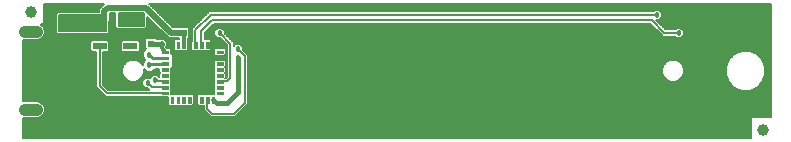
<source format=gbl>
G75*
%MOIN*%
%OFA0B0*%
%FSLAX24Y24*%
%IPPOS*%
%LPD*%
%AMOC8*
5,1,8,0,0,1.08239X$1,22.5*
%
%ADD10R,0.0394X0.0433*%
%ADD11C,0.0397*%
%ADD12C,0.0397*%
%ADD13C,0.0394*%
%ADD14R,0.0236X0.0236*%
%ADD15C,0.0252*%
%ADD16C,0.0035*%
%ADD17R,0.0472X0.0217*%
%ADD18C,0.0060*%
%ADD19C,0.0220*%
%ADD20C,0.0180*%
%ADD21C,0.0120*%
%ADD22C,0.0180*%
%ADD23C,0.0200*%
%ADD24C,0.0080*%
%ADD25C,0.0090*%
D10*
X002013Y016836D03*
X002013Y017505D03*
D11*
X001108Y017289D02*
X000712Y017289D01*
X000712Y014691D02*
X001108Y014691D01*
D12*
X001107Y014691D03*
X000713Y014691D03*
X000713Y017289D03*
X001107Y017289D03*
D13*
X000922Y017959D03*
X025331Y014022D03*
D14*
X006003Y017254D03*
X006003Y017726D03*
X004923Y017366D03*
X004923Y016894D03*
X002523Y016954D03*
X002523Y017426D03*
D15*
X006807Y016434D02*
X006807Y015426D01*
X005799Y015426D01*
X005799Y016434D01*
X006807Y016434D01*
X006807Y015677D02*
X005799Y015677D01*
X005799Y015928D02*
X006807Y015928D01*
X006807Y016179D02*
X005799Y016179D01*
X005799Y016430D02*
X006807Y016430D01*
D16*
X007108Y016464D02*
X007310Y016464D01*
X007310Y016380D01*
X007108Y016380D01*
X007108Y016464D01*
X007108Y016414D02*
X007310Y016414D01*
X007310Y016448D02*
X007108Y016448D01*
X007108Y016661D02*
X007310Y016661D01*
X007310Y016577D01*
X007108Y016577D01*
X007108Y016661D01*
X007108Y016611D02*
X007310Y016611D01*
X007310Y016645D02*
X007108Y016645D01*
X006950Y016735D02*
X006950Y016937D01*
X007034Y016937D01*
X007034Y016735D01*
X006950Y016735D01*
X006950Y016769D02*
X007034Y016769D01*
X007034Y016803D02*
X006950Y016803D01*
X006950Y016837D02*
X007034Y016837D01*
X007034Y016871D02*
X006950Y016871D01*
X006950Y016905D02*
X007034Y016905D01*
X006754Y016937D02*
X006754Y016735D01*
X006754Y016937D02*
X006838Y016937D01*
X006838Y016735D01*
X006754Y016735D01*
X006754Y016769D02*
X006838Y016769D01*
X006838Y016803D02*
X006754Y016803D01*
X006754Y016837D02*
X006838Y016837D01*
X006838Y016871D02*
X006754Y016871D01*
X006754Y016905D02*
X006838Y016905D01*
X006557Y016937D02*
X006557Y016735D01*
X006557Y016937D02*
X006641Y016937D01*
X006641Y016735D01*
X006557Y016735D01*
X006557Y016769D02*
X006641Y016769D01*
X006641Y016803D02*
X006557Y016803D01*
X006557Y016837D02*
X006641Y016837D01*
X006641Y016871D02*
X006557Y016871D01*
X006557Y016905D02*
X006641Y016905D01*
X006360Y016937D02*
X006360Y016735D01*
X006360Y016937D02*
X006444Y016937D01*
X006444Y016735D01*
X006360Y016735D01*
X006360Y016769D02*
X006444Y016769D01*
X006444Y016803D02*
X006360Y016803D01*
X006360Y016837D02*
X006444Y016837D01*
X006444Y016871D02*
X006360Y016871D01*
X006360Y016905D02*
X006444Y016905D01*
X006163Y016937D02*
X006163Y016735D01*
X006163Y016937D02*
X006247Y016937D01*
X006247Y016735D01*
X006163Y016735D01*
X006163Y016769D02*
X006247Y016769D01*
X006247Y016803D02*
X006163Y016803D01*
X006163Y016837D02*
X006247Y016837D01*
X006247Y016871D02*
X006163Y016871D01*
X006163Y016905D02*
X006247Y016905D01*
X005966Y016937D02*
X005966Y016735D01*
X005966Y016937D02*
X006050Y016937D01*
X006050Y016735D01*
X005966Y016735D01*
X005966Y016769D02*
X006050Y016769D01*
X006050Y016803D02*
X005966Y016803D01*
X005966Y016837D02*
X006050Y016837D01*
X006050Y016871D02*
X005966Y016871D01*
X005966Y016905D02*
X006050Y016905D01*
X005769Y016937D02*
X005769Y016735D01*
X005769Y016937D02*
X005853Y016937D01*
X005853Y016735D01*
X005769Y016735D01*
X005769Y016769D02*
X005853Y016769D01*
X005853Y016803D02*
X005769Y016803D01*
X005769Y016837D02*
X005853Y016837D01*
X005853Y016871D02*
X005769Y016871D01*
X005769Y016905D02*
X005853Y016905D01*
X005572Y016937D02*
X005572Y016735D01*
X005572Y016937D02*
X005656Y016937D01*
X005656Y016735D01*
X005572Y016735D01*
X005572Y016769D02*
X005656Y016769D01*
X005656Y016803D02*
X005572Y016803D01*
X005572Y016837D02*
X005656Y016837D01*
X005656Y016871D02*
X005572Y016871D01*
X005572Y016905D02*
X005656Y016905D01*
X005499Y016577D02*
X005297Y016577D01*
X005297Y016661D01*
X005499Y016661D01*
X005499Y016577D01*
X005499Y016611D02*
X005297Y016611D01*
X005297Y016645D02*
X005499Y016645D01*
X005499Y016380D02*
X005297Y016380D01*
X005297Y016464D01*
X005499Y016464D01*
X005499Y016380D01*
X005499Y016414D02*
X005297Y016414D01*
X005297Y016448D02*
X005499Y016448D01*
X005499Y016183D02*
X005297Y016183D01*
X005297Y016267D01*
X005499Y016267D01*
X005499Y016183D01*
X005499Y016217D02*
X005297Y016217D01*
X005297Y016251D02*
X005499Y016251D01*
X005499Y015987D02*
X005297Y015987D01*
X005297Y016071D01*
X005499Y016071D01*
X005499Y015987D01*
X005499Y016021D02*
X005297Y016021D01*
X005297Y016055D02*
X005499Y016055D01*
X005499Y015790D02*
X005297Y015790D01*
X005297Y015874D01*
X005499Y015874D01*
X005499Y015790D01*
X005499Y015824D02*
X005297Y015824D01*
X005297Y015858D02*
X005499Y015858D01*
X005499Y015593D02*
X005297Y015593D01*
X005297Y015677D01*
X005499Y015677D01*
X005499Y015593D01*
X005499Y015627D02*
X005297Y015627D01*
X005297Y015661D02*
X005499Y015661D01*
X005499Y015396D02*
X005297Y015396D01*
X005297Y015480D01*
X005499Y015480D01*
X005499Y015396D01*
X005499Y015430D02*
X005297Y015430D01*
X005297Y015464D02*
X005499Y015464D01*
X005499Y015199D02*
X005297Y015199D01*
X005297Y015283D01*
X005499Y015283D01*
X005499Y015199D01*
X005499Y015233D02*
X005297Y015233D01*
X005297Y015267D02*
X005499Y015267D01*
X005656Y015126D02*
X005656Y014924D01*
X005572Y014924D01*
X005572Y015126D01*
X005656Y015126D01*
X005656Y014958D02*
X005572Y014958D01*
X005572Y014992D02*
X005656Y014992D01*
X005656Y015026D02*
X005572Y015026D01*
X005572Y015060D02*
X005656Y015060D01*
X005656Y015094D02*
X005572Y015094D01*
X005853Y015126D02*
X005853Y014924D01*
X005769Y014924D01*
X005769Y015126D01*
X005853Y015126D01*
X005853Y014958D02*
X005769Y014958D01*
X005769Y014992D02*
X005853Y014992D01*
X005853Y015026D02*
X005769Y015026D01*
X005769Y015060D02*
X005853Y015060D01*
X005853Y015094D02*
X005769Y015094D01*
X006050Y015126D02*
X006050Y014924D01*
X005966Y014924D01*
X005966Y015126D01*
X006050Y015126D01*
X006050Y014958D02*
X005966Y014958D01*
X005966Y014992D02*
X006050Y014992D01*
X006050Y015026D02*
X005966Y015026D01*
X005966Y015060D02*
X006050Y015060D01*
X006050Y015094D02*
X005966Y015094D01*
X006247Y015126D02*
X006247Y014924D01*
X006163Y014924D01*
X006163Y015126D01*
X006247Y015126D01*
X006247Y014958D02*
X006163Y014958D01*
X006163Y014992D02*
X006247Y014992D01*
X006247Y015026D02*
X006163Y015026D01*
X006163Y015060D02*
X006247Y015060D01*
X006247Y015094D02*
X006163Y015094D01*
X006444Y015126D02*
X006444Y014924D01*
X006360Y014924D01*
X006360Y015126D01*
X006444Y015126D01*
X006444Y014958D02*
X006360Y014958D01*
X006360Y014992D02*
X006444Y014992D01*
X006444Y015026D02*
X006360Y015026D01*
X006360Y015060D02*
X006444Y015060D01*
X006444Y015094D02*
X006360Y015094D01*
X006641Y015126D02*
X006641Y014924D01*
X006557Y014924D01*
X006557Y015126D01*
X006641Y015126D01*
X006641Y014958D02*
X006557Y014958D01*
X006557Y014992D02*
X006641Y014992D01*
X006641Y015026D02*
X006557Y015026D01*
X006557Y015060D02*
X006641Y015060D01*
X006641Y015094D02*
X006557Y015094D01*
X006838Y015126D02*
X006838Y014924D01*
X006754Y014924D01*
X006754Y015126D01*
X006838Y015126D01*
X006838Y014958D02*
X006754Y014958D01*
X006754Y014992D02*
X006838Y014992D01*
X006838Y015026D02*
X006754Y015026D01*
X006754Y015060D02*
X006838Y015060D01*
X006838Y015094D02*
X006754Y015094D01*
X007034Y015126D02*
X007034Y014924D01*
X006950Y014924D01*
X006950Y015126D01*
X007034Y015126D01*
X007034Y014958D02*
X006950Y014958D01*
X006950Y014992D02*
X007034Y014992D01*
X007034Y015026D02*
X006950Y015026D01*
X006950Y015060D02*
X007034Y015060D01*
X007034Y015094D02*
X006950Y015094D01*
X007108Y015283D02*
X007310Y015283D01*
X007310Y015199D01*
X007108Y015199D01*
X007108Y015283D01*
X007108Y015233D02*
X007310Y015233D01*
X007310Y015267D02*
X007108Y015267D01*
X007108Y015480D02*
X007310Y015480D01*
X007310Y015396D01*
X007108Y015396D01*
X007108Y015480D01*
X007108Y015430D02*
X007310Y015430D01*
X007310Y015464D02*
X007108Y015464D01*
X007108Y015677D02*
X007310Y015677D01*
X007310Y015593D01*
X007108Y015593D01*
X007108Y015677D01*
X007108Y015627D02*
X007310Y015627D01*
X007310Y015661D02*
X007108Y015661D01*
X007108Y015874D02*
X007310Y015874D01*
X007310Y015790D01*
X007108Y015790D01*
X007108Y015874D01*
X007108Y015824D02*
X007310Y015824D01*
X007310Y015858D02*
X007108Y015858D01*
X007108Y016071D02*
X007310Y016071D01*
X007310Y015987D01*
X007108Y015987D01*
X007108Y016071D01*
X007108Y016021D02*
X007310Y016021D01*
X007310Y016055D02*
X007108Y016055D01*
X007108Y016267D02*
X007310Y016267D01*
X007310Y016183D01*
X007108Y016183D01*
X007108Y016267D01*
X007108Y016217D02*
X007310Y016217D01*
X007310Y016251D02*
X007108Y016251D01*
D17*
X004235Y016816D03*
X004235Y017190D03*
X004235Y017564D03*
X003212Y017564D03*
X003212Y016816D03*
D18*
X000658Y014413D02*
X000658Y013758D01*
X024908Y013758D01*
X024908Y014428D01*
X024925Y014445D01*
X025595Y014445D01*
X025595Y018222D01*
X004866Y018222D01*
X004923Y018165D01*
X005654Y017434D01*
X005834Y017434D01*
X005852Y017452D01*
X006155Y017452D01*
X006201Y017405D01*
X006201Y017103D01*
X006155Y017056D01*
X006143Y017056D01*
X006143Y016980D01*
X006147Y016977D01*
X006147Y016695D01*
X006090Y016638D01*
X005926Y016638D01*
X005910Y016654D01*
X005893Y016638D01*
X005729Y016638D01*
X005672Y016695D01*
X005672Y016977D01*
X005729Y017034D01*
X005863Y017034D01*
X005863Y017056D01*
X005852Y017056D01*
X005834Y017074D01*
X005505Y017074D01*
X004793Y017786D01*
X004793Y017445D01*
X004729Y017380D01*
X004509Y017380D01*
X004505Y017376D01*
X003966Y017376D01*
X003962Y017380D01*
X003798Y017380D01*
X003733Y017445D01*
X003733Y017910D01*
X003558Y017910D01*
X003543Y017896D01*
X003543Y017656D01*
X003533Y017646D01*
X003533Y017265D01*
X003469Y017200D01*
X001818Y017200D01*
X001810Y017208D01*
X001783Y017208D01*
X001737Y017255D01*
X001737Y017754D01*
X001753Y017771D01*
X001753Y017896D01*
X001818Y017960D01*
X003183Y017960D01*
X003183Y018045D01*
X003289Y018150D01*
X003361Y018222D01*
X001346Y018222D01*
X001346Y017553D01*
X001328Y017535D01*
X001243Y017535D01*
X001266Y017525D01*
X001344Y017447D01*
X001387Y017345D01*
X001387Y017234D01*
X001344Y017132D01*
X001266Y017053D01*
X001164Y017011D01*
X000658Y017011D01*
X000658Y014969D01*
X001164Y014969D01*
X001266Y014927D01*
X001344Y014849D01*
X001387Y014746D01*
X001387Y014636D01*
X001344Y014533D01*
X001266Y014455D01*
X001164Y014413D01*
X000658Y014413D01*
X000658Y014411D02*
X024908Y014411D01*
X024908Y014352D02*
X000658Y014352D01*
X000658Y014294D02*
X024908Y014294D01*
X024908Y014235D02*
X000658Y014235D01*
X000658Y014177D02*
X024908Y014177D01*
X024908Y014118D02*
X000658Y014118D01*
X000658Y014060D02*
X024908Y014060D01*
X024908Y014001D02*
X000658Y014001D01*
X000658Y013943D02*
X024908Y013943D01*
X024908Y013884D02*
X000658Y013884D01*
X000658Y013826D02*
X024908Y013826D01*
X024908Y013767D02*
X000658Y013767D01*
X001280Y014469D02*
X006889Y014469D01*
X006918Y014440D02*
X006686Y014672D01*
X006686Y014832D01*
X006680Y014827D01*
X006517Y014827D01*
X006460Y014884D01*
X006460Y015166D01*
X006517Y015223D01*
X006680Y015223D01*
X006697Y015206D01*
X006714Y015223D01*
X006877Y015223D01*
X006894Y015206D01*
X006911Y015223D01*
X007011Y015223D01*
X007011Y015323D01*
X007027Y015340D01*
X007011Y015356D01*
X007011Y015520D01*
X007027Y015536D01*
X007011Y015553D01*
X007011Y015717D01*
X007027Y015733D01*
X007011Y015750D01*
X007011Y015914D01*
X007027Y015930D01*
X007011Y015947D01*
X007011Y016110D01*
X007027Y016127D01*
X007011Y016144D01*
X007011Y016307D01*
X007068Y016364D01*
X007350Y016364D01*
X007407Y016307D01*
X007407Y016144D01*
X007390Y016127D01*
X007407Y016110D01*
X007407Y015947D01*
X007390Y015930D01*
X007407Y015914D01*
X007407Y015750D01*
X007402Y015745D01*
X007403Y015745D01*
X007453Y015796D01*
X007453Y016845D01*
X007218Y017080D01*
X007133Y017080D01*
X007033Y017180D01*
X007033Y017321D01*
X007133Y017420D01*
X007274Y017420D01*
X007373Y017321D01*
X007373Y017236D01*
X007673Y016936D01*
X007673Y016821D01*
X007733Y016880D01*
X007874Y016880D01*
X007973Y016781D01*
X007973Y016696D01*
X008153Y016516D01*
X008153Y014865D01*
X008089Y014800D01*
X007729Y014440D01*
X007638Y014440D01*
X007009Y014440D01*
X006918Y014440D01*
X006963Y014550D02*
X006796Y014718D01*
X006796Y015025D01*
X006686Y014820D02*
X001356Y014820D01*
X001381Y014762D02*
X006686Y014762D01*
X006686Y014703D02*
X001387Y014703D01*
X001387Y014645D02*
X006713Y014645D01*
X006772Y014586D02*
X001366Y014586D01*
X001339Y014528D02*
X006830Y014528D01*
X006963Y014550D02*
X007683Y014550D01*
X008043Y014910D01*
X008043Y016470D01*
X007803Y016710D01*
X007945Y016809D02*
X025595Y016809D01*
X025595Y016751D02*
X007973Y016751D01*
X007977Y016692D02*
X025595Y016692D01*
X025595Y016634D02*
X024916Y016634D01*
X024872Y016652D02*
X024609Y016652D01*
X024366Y016551D01*
X024180Y016365D01*
X024079Y016122D01*
X024079Y015859D01*
X024180Y015615D01*
X024366Y015429D01*
X024609Y015329D01*
X024872Y015329D01*
X025115Y015429D01*
X025301Y015615D01*
X025402Y015859D01*
X025402Y016122D01*
X025301Y016365D01*
X025115Y016551D01*
X024872Y016652D01*
X025057Y016575D02*
X025595Y016575D01*
X025595Y016517D02*
X025150Y016517D01*
X025208Y016458D02*
X025595Y016458D01*
X025595Y016400D02*
X025267Y016400D01*
X025311Y016341D02*
X025595Y016341D01*
X025595Y016283D02*
X025336Y016283D01*
X025360Y016224D02*
X025595Y016224D01*
X025595Y016166D02*
X025384Y016166D01*
X025402Y016107D02*
X025595Y016107D01*
X025595Y016049D02*
X025402Y016049D01*
X025402Y015990D02*
X025595Y015990D01*
X025595Y015932D02*
X025402Y015932D01*
X025402Y015873D02*
X025595Y015873D01*
X025595Y015815D02*
X025384Y015815D01*
X025360Y015756D02*
X025595Y015756D01*
X025595Y015698D02*
X025336Y015698D01*
X025311Y015639D02*
X025595Y015639D01*
X025595Y015581D02*
X025267Y015581D01*
X025208Y015522D02*
X025595Y015522D01*
X025595Y015464D02*
X025150Y015464D01*
X025057Y015405D02*
X025595Y015405D01*
X025595Y015347D02*
X024916Y015347D01*
X024566Y015347D02*
X008153Y015347D01*
X008153Y015405D02*
X024424Y015405D01*
X024332Y015464D02*
X008153Y015464D01*
X008153Y015522D02*
X024273Y015522D01*
X024215Y015581D02*
X008153Y015581D01*
X008153Y015639D02*
X022214Y015639D01*
X022251Y015624D02*
X022116Y015680D01*
X022013Y015783D01*
X021957Y015917D01*
X021957Y016063D01*
X022013Y016198D01*
X022116Y016301D01*
X022251Y016356D01*
X022396Y016356D01*
X022531Y016301D01*
X022634Y016198D01*
X022690Y016063D01*
X022690Y015917D01*
X022634Y015783D01*
X022531Y015680D01*
X022396Y015624D01*
X022251Y015624D01*
X022098Y015698D02*
X008153Y015698D01*
X008153Y015756D02*
X022039Y015756D01*
X022000Y015815D02*
X008153Y015815D01*
X008153Y015873D02*
X021975Y015873D01*
X021957Y015932D02*
X008153Y015932D01*
X008153Y015990D02*
X021957Y015990D01*
X021957Y016049D02*
X008153Y016049D01*
X008153Y016107D02*
X021975Y016107D01*
X022000Y016166D02*
X008153Y016166D01*
X008153Y016224D02*
X022039Y016224D01*
X022098Y016283D02*
X008153Y016283D01*
X008153Y016341D02*
X022214Y016341D01*
X022433Y016341D02*
X024170Y016341D01*
X024146Y016283D02*
X022549Y016283D01*
X022607Y016224D02*
X024122Y016224D01*
X024097Y016166D02*
X022647Y016166D01*
X022671Y016107D02*
X024079Y016107D01*
X024079Y016049D02*
X022690Y016049D01*
X022690Y015990D02*
X024079Y015990D01*
X024079Y015932D02*
X022690Y015932D01*
X022671Y015873D02*
X024079Y015873D01*
X024097Y015815D02*
X022647Y015815D01*
X022607Y015756D02*
X024122Y015756D01*
X024146Y015698D02*
X022549Y015698D01*
X022433Y015639D02*
X024170Y015639D01*
X024215Y016400D02*
X008153Y016400D01*
X008153Y016458D02*
X024273Y016458D01*
X024332Y016517D02*
X008152Y016517D01*
X008094Y016575D02*
X024424Y016575D01*
X024566Y016634D02*
X008035Y016634D01*
X007886Y016868D02*
X025595Y016868D01*
X025595Y016926D02*
X007673Y016926D01*
X007673Y016868D02*
X007720Y016868D01*
X007624Y016985D02*
X025595Y016985D01*
X025595Y017043D02*
X007566Y017043D01*
X007507Y017102D02*
X022411Y017102D01*
X022433Y017080D02*
X022574Y017080D01*
X022673Y017180D01*
X022673Y017321D01*
X022574Y017420D01*
X022433Y017420D01*
X022383Y017370D01*
X022073Y017370D01*
X021763Y017680D01*
X021854Y017680D01*
X021953Y017780D01*
X021953Y017921D01*
X025595Y017921D01*
X025595Y017979D02*
X021895Y017979D01*
X021854Y018020D02*
X021713Y018020D01*
X021663Y017970D01*
X006854Y017970D01*
X006783Y017900D01*
X006282Y017398D01*
X006282Y016996D01*
X006263Y016977D01*
X006263Y016695D01*
X006320Y016638D01*
X006484Y016638D01*
X006500Y016654D01*
X006517Y016638D01*
X006680Y016638D01*
X006697Y016654D01*
X006714Y016638D01*
X006877Y016638D01*
X006935Y016695D01*
X006935Y016977D01*
X006877Y017034D01*
X006719Y017034D01*
X006719Y017256D01*
X007013Y017550D01*
X021554Y017550D01*
X021903Y017200D01*
X021974Y017130D01*
X022383Y017130D01*
X022433Y017080D01*
X022595Y017102D02*
X025595Y017102D01*
X025595Y017160D02*
X022654Y017160D01*
X022673Y017219D02*
X025595Y017219D01*
X025595Y017277D02*
X022673Y017277D01*
X022658Y017336D02*
X025595Y017336D01*
X025595Y017394D02*
X022600Y017394D01*
X022407Y017394D02*
X022049Y017394D01*
X021991Y017453D02*
X025595Y017453D01*
X025595Y017511D02*
X021932Y017511D01*
X021874Y017570D02*
X025595Y017570D01*
X025595Y017628D02*
X021815Y017628D01*
X021860Y017687D02*
X025595Y017687D01*
X025595Y017745D02*
X021919Y017745D01*
X021953Y017804D02*
X025595Y017804D01*
X025595Y017862D02*
X021953Y017862D01*
X021953Y017921D02*
X021854Y018020D01*
X021672Y017979D02*
X005109Y017979D01*
X005167Y017921D02*
X006804Y017921D01*
X006746Y017862D02*
X005226Y017862D01*
X005284Y017804D02*
X006687Y017804D01*
X006629Y017745D02*
X005343Y017745D01*
X005401Y017687D02*
X006570Y017687D01*
X006512Y017628D02*
X005460Y017628D01*
X005518Y017570D02*
X006453Y017570D01*
X006395Y017511D02*
X005577Y017511D01*
X005635Y017453D02*
X006336Y017453D01*
X006282Y017394D02*
X006201Y017394D01*
X006201Y017336D02*
X006282Y017336D01*
X006282Y017277D02*
X006201Y017277D01*
X006201Y017219D02*
X006282Y017219D01*
X006282Y017160D02*
X006201Y017160D01*
X006200Y017102D02*
X006282Y017102D01*
X006282Y017043D02*
X006143Y017043D01*
X006143Y016985D02*
X006271Y016985D01*
X006263Y016926D02*
X006147Y016926D01*
X006147Y016868D02*
X006263Y016868D01*
X006263Y016809D02*
X006147Y016809D01*
X006147Y016751D02*
X006263Y016751D01*
X006265Y016692D02*
X006145Y016692D01*
X006008Y016836D02*
X006003Y016840D01*
X005863Y017043D02*
X005371Y017043D01*
X005350Y017064D02*
X005453Y016961D01*
X005453Y016820D01*
X005424Y016791D01*
X005457Y016758D01*
X005539Y016758D01*
X005596Y016701D01*
X005596Y016575D01*
X007011Y016575D01*
X007011Y016537D02*
X007068Y016480D01*
X007350Y016480D01*
X007407Y016537D01*
X007407Y016701D01*
X007350Y016758D01*
X007068Y016758D01*
X007011Y016701D01*
X007011Y016537D01*
X007031Y016517D02*
X005646Y016517D01*
X005646Y016525D02*
X005596Y016575D01*
X005596Y016634D02*
X007011Y016634D01*
X007011Y016692D02*
X006932Y016692D01*
X006935Y016751D02*
X007061Y016751D01*
X006935Y016809D02*
X007453Y016809D01*
X007453Y016751D02*
X007357Y016751D01*
X007407Y016692D02*
X007453Y016692D01*
X007453Y016634D02*
X007407Y016634D01*
X007407Y016575D02*
X007453Y016575D01*
X007453Y016517D02*
X007386Y016517D01*
X007453Y016458D02*
X005646Y016458D01*
X005646Y016400D02*
X007453Y016400D01*
X007453Y016341D02*
X007373Y016341D01*
X007407Y016283D02*
X007453Y016283D01*
X007453Y016224D02*
X007407Y016224D01*
X007407Y016166D02*
X007453Y016166D01*
X007453Y016107D02*
X007407Y016107D01*
X007407Y016049D02*
X007453Y016049D01*
X007453Y015990D02*
X007407Y015990D01*
X007392Y015932D02*
X007453Y015932D01*
X007453Y015873D02*
X007407Y015873D01*
X007407Y015815D02*
X007453Y015815D01*
X007414Y015756D02*
X007407Y015756D01*
X007448Y015635D02*
X007209Y015635D01*
X007011Y015639D02*
X005596Y015639D01*
X005596Y015581D02*
X007011Y015581D01*
X007013Y015522D02*
X005594Y015522D01*
X005596Y015520D02*
X005579Y015536D01*
X005596Y015553D01*
X005596Y015717D01*
X005579Y015733D01*
X005596Y015750D01*
X005596Y015914D01*
X005579Y015930D01*
X005596Y015947D01*
X005596Y016073D01*
X005646Y016123D01*
X005646Y016525D01*
X005675Y016692D02*
X005596Y016692D01*
X005546Y016751D02*
X005672Y016751D01*
X005672Y016809D02*
X005443Y016809D01*
X005453Y016868D02*
X005672Y016868D01*
X005672Y016926D02*
X005453Y016926D01*
X005429Y016985D02*
X005680Y016985D01*
X005477Y017102D02*
X001314Y017102D01*
X001356Y017160D02*
X005419Y017160D01*
X005360Y017219D02*
X003487Y017219D01*
X003533Y017277D02*
X005302Y017277D01*
X005243Y017336D02*
X003533Y017336D01*
X003533Y017394D02*
X003784Y017394D01*
X003733Y017453D02*
X003533Y017453D01*
X003533Y017511D02*
X003733Y017511D01*
X003733Y017570D02*
X003533Y017570D01*
X003533Y017628D02*
X003733Y017628D01*
X003733Y017687D02*
X003543Y017687D01*
X003543Y017745D02*
X003733Y017745D01*
X003733Y017804D02*
X003543Y017804D01*
X003543Y017862D02*
X003733Y017862D01*
X003843Y017862D02*
X004683Y017862D01*
X004683Y017896D02*
X004683Y017490D01*
X003843Y017490D01*
X003843Y017910D01*
X004669Y017910D01*
X004683Y017896D01*
X004683Y017804D02*
X003843Y017804D01*
X003843Y017745D02*
X004683Y017745D01*
X004683Y017687D02*
X003843Y017687D01*
X003843Y017628D02*
X004683Y017628D01*
X004683Y017570D02*
X003843Y017570D01*
X003843Y017511D02*
X004683Y017511D01*
X004793Y017511D02*
X005068Y017511D01*
X005126Y017453D02*
X004793Y017453D01*
X004743Y017394D02*
X005185Y017394D01*
X005009Y017570D02*
X004793Y017570D01*
X004793Y017628D02*
X004951Y017628D01*
X004892Y017687D02*
X004793Y017687D01*
X004793Y017745D02*
X004834Y017745D01*
X005050Y018038D02*
X025595Y018038D01*
X025595Y018096D02*
X004992Y018096D01*
X004933Y018155D02*
X025595Y018155D01*
X025595Y018213D02*
X004875Y018213D01*
X003423Y017850D02*
X003423Y017310D01*
X001863Y017310D01*
X001863Y017850D01*
X003423Y017850D01*
X003423Y017804D02*
X001863Y017804D01*
X001863Y017745D02*
X003423Y017745D01*
X003423Y017687D02*
X001863Y017687D01*
X001863Y017628D02*
X003423Y017628D01*
X003423Y017570D02*
X001863Y017570D01*
X001863Y017511D02*
X003423Y017511D01*
X003423Y017453D02*
X001863Y017453D01*
X001863Y017394D02*
X003423Y017394D01*
X003423Y017336D02*
X001863Y017336D01*
X001737Y017336D02*
X001387Y017336D01*
X001387Y017277D02*
X001737Y017277D01*
X001773Y017219D02*
X001381Y017219D01*
X001366Y017394D02*
X001737Y017394D01*
X001737Y017453D02*
X001339Y017453D01*
X001280Y017511D02*
X001737Y017511D01*
X001737Y017570D02*
X001346Y017570D01*
X001346Y017628D02*
X001737Y017628D01*
X001737Y017687D02*
X001346Y017687D01*
X001346Y017745D02*
X001737Y017745D01*
X001753Y017804D02*
X001346Y017804D01*
X001346Y017862D02*
X001753Y017862D01*
X001778Y017921D02*
X001346Y017921D01*
X001346Y017979D02*
X003183Y017979D01*
X003183Y018038D02*
X001346Y018038D01*
X001346Y018096D02*
X003235Y018096D01*
X003293Y018155D02*
X001346Y018155D01*
X001346Y018213D02*
X003352Y018213D01*
X003481Y017004D02*
X002942Y017004D01*
X002895Y016958D01*
X002895Y016675D01*
X002942Y016628D01*
X003102Y016628D01*
X003102Y015436D01*
X003342Y015196D01*
X003407Y015131D01*
X005228Y015131D01*
X005257Y015102D01*
X005475Y015102D01*
X005475Y014884D01*
X005533Y014827D01*
X005696Y014827D01*
X005713Y014843D01*
X005729Y014827D01*
X005893Y014827D01*
X005910Y014843D01*
X005926Y014827D01*
X006090Y014827D01*
X006107Y014843D01*
X006123Y014827D01*
X006287Y014827D01*
X006344Y014884D01*
X006344Y015166D01*
X006287Y015223D01*
X006123Y015223D01*
X006107Y015206D01*
X006090Y015223D01*
X005926Y015223D01*
X005910Y015206D01*
X005893Y015223D01*
X005729Y015223D01*
X005713Y015206D01*
X005696Y015223D01*
X005596Y015223D01*
X005596Y015323D01*
X005579Y015340D01*
X005596Y015356D01*
X005596Y015520D01*
X005596Y015464D02*
X007011Y015464D01*
X007011Y015405D02*
X005596Y015405D01*
X005586Y015347D02*
X007020Y015347D01*
X007011Y015288D02*
X005596Y015288D01*
X005596Y015230D02*
X007011Y015230D01*
X007011Y015698D02*
X005596Y015698D01*
X005596Y015756D02*
X007011Y015756D01*
X007011Y015815D02*
X005596Y015815D01*
X005596Y015873D02*
X007011Y015873D01*
X007026Y015932D02*
X005581Y015932D01*
X005596Y015990D02*
X007011Y015990D01*
X007011Y016049D02*
X005596Y016049D01*
X005630Y016107D02*
X007011Y016107D01*
X007011Y016166D02*
X005646Y016166D01*
X005646Y016224D02*
X007011Y016224D01*
X007011Y016283D02*
X005646Y016283D01*
X005646Y016341D02*
X007045Y016341D01*
X006935Y016868D02*
X007430Y016868D01*
X007372Y016926D02*
X006935Y016926D01*
X006926Y016985D02*
X007313Y016985D01*
X007255Y017043D02*
X006719Y017043D01*
X006719Y017102D02*
X007111Y017102D01*
X007053Y017160D02*
X006719Y017160D01*
X006719Y017219D02*
X007033Y017219D01*
X007033Y017277D02*
X006740Y017277D01*
X006799Y017336D02*
X007048Y017336D01*
X007107Y017394D02*
X006857Y017394D01*
X006916Y017453D02*
X021651Y017453D01*
X021593Y017511D02*
X006974Y017511D01*
X007300Y017394D02*
X021710Y017394D01*
X021768Y017336D02*
X007358Y017336D01*
X007373Y017277D02*
X021827Y017277D01*
X021885Y017219D02*
X007390Y017219D01*
X007449Y017160D02*
X021944Y017160D01*
X025595Y015288D02*
X008153Y015288D01*
X008153Y015230D02*
X025595Y015230D01*
X025595Y015171D02*
X008153Y015171D01*
X008153Y015113D02*
X025595Y015113D01*
X025595Y015054D02*
X008153Y015054D01*
X008153Y014996D02*
X025595Y014996D01*
X025595Y014937D02*
X008153Y014937D01*
X008153Y014879D02*
X025595Y014879D01*
X025595Y014820D02*
X008109Y014820D01*
X008050Y014762D02*
X025595Y014762D01*
X025595Y014703D02*
X007992Y014703D01*
X007933Y014645D02*
X025595Y014645D01*
X025595Y014586D02*
X007875Y014586D01*
X007816Y014528D02*
X025595Y014528D01*
X025595Y014469D02*
X007758Y014469D01*
X006465Y014879D02*
X006339Y014879D01*
X006344Y014937D02*
X006460Y014937D01*
X006460Y014996D02*
X006344Y014996D01*
X006344Y015054D02*
X006460Y015054D01*
X006460Y015113D02*
X006344Y015113D01*
X006338Y015171D02*
X006465Y015171D01*
X005475Y015054D02*
X000658Y015054D01*
X000658Y014996D02*
X005475Y014996D01*
X005475Y014937D02*
X001242Y014937D01*
X001314Y014879D02*
X005480Y014879D01*
X005246Y015113D02*
X000658Y015113D01*
X000658Y015171D02*
X003367Y015171D01*
X003308Y015230D02*
X000658Y015230D01*
X000658Y015288D02*
X003250Y015288D01*
X003191Y015347D02*
X000658Y015347D01*
X000658Y015405D02*
X003133Y015405D01*
X003102Y015464D02*
X000658Y015464D01*
X000658Y015522D02*
X003102Y015522D01*
X003102Y015581D02*
X000658Y015581D01*
X000658Y015639D02*
X003102Y015639D01*
X003102Y015698D02*
X000658Y015698D01*
X000658Y015756D02*
X003102Y015756D01*
X003102Y015815D02*
X000658Y015815D01*
X000658Y015873D02*
X003102Y015873D01*
X003102Y015932D02*
X000658Y015932D01*
X000658Y015990D02*
X003102Y015990D01*
X003102Y016049D02*
X000658Y016049D01*
X000658Y016107D02*
X003102Y016107D01*
X003102Y016166D02*
X000658Y016166D01*
X000658Y016224D02*
X003102Y016224D01*
X003102Y016283D02*
X000658Y016283D01*
X000658Y016341D02*
X003102Y016341D01*
X003102Y016400D02*
X000658Y016400D01*
X000658Y016458D02*
X003102Y016458D01*
X003102Y016517D02*
X000658Y016517D01*
X000658Y016575D02*
X003102Y016575D01*
X002936Y016634D02*
X000658Y016634D01*
X000658Y016692D02*
X002895Y016692D01*
X002895Y016751D02*
X000658Y016751D01*
X000658Y016809D02*
X002895Y016809D01*
X002895Y016868D02*
X000658Y016868D01*
X000658Y016926D02*
X002895Y016926D01*
X002922Y016985D02*
X000658Y016985D01*
X001242Y017043D02*
X004725Y017043D01*
X004725Y017045D02*
X004725Y016743D01*
X004745Y016723D01*
X004643Y016621D01*
X004643Y016439D01*
X004732Y016350D01*
X004643Y016261D01*
X004643Y016175D01*
X004634Y016198D01*
X004531Y016301D01*
X004396Y016356D01*
X004251Y016356D01*
X004116Y016301D01*
X004013Y016198D01*
X003957Y016063D01*
X003957Y015917D01*
X004013Y015783D01*
X004116Y015680D01*
X004251Y015624D01*
X004396Y015624D01*
X004531Y015680D01*
X004634Y015783D01*
X004690Y015917D01*
X004690Y016033D01*
X004772Y015950D01*
X004955Y015950D01*
X005055Y016050D01*
X005200Y016050D01*
X005200Y015947D01*
X005216Y015930D01*
X005200Y015914D01*
X005200Y015774D01*
X005114Y015860D01*
X004973Y015860D01*
X004873Y015761D01*
X004873Y015740D01*
X004733Y015740D01*
X004633Y015641D01*
X004633Y015500D01*
X004733Y015400D01*
X004818Y015400D01*
X004867Y015351D01*
X003498Y015351D01*
X003322Y015528D01*
X003322Y016628D01*
X003481Y016628D01*
X003528Y016675D01*
X003528Y016958D01*
X003481Y017004D01*
X003501Y016985D02*
X003946Y016985D01*
X003966Y017004D02*
X003919Y016958D01*
X003919Y016675D01*
X003966Y016628D01*
X004505Y016628D01*
X004551Y016675D01*
X004551Y016958D01*
X004505Y017004D01*
X003966Y017004D01*
X003919Y016926D02*
X003528Y016926D01*
X003528Y016868D02*
X003919Y016868D01*
X003919Y016809D02*
X003528Y016809D01*
X003528Y016751D02*
X003919Y016751D01*
X003919Y016692D02*
X003528Y016692D01*
X003487Y016634D02*
X003960Y016634D01*
X004098Y016283D02*
X003322Y016283D01*
X003322Y016341D02*
X004214Y016341D01*
X004039Y016224D02*
X003322Y016224D01*
X003322Y016166D02*
X004000Y016166D01*
X003975Y016107D02*
X003322Y016107D01*
X003322Y016049D02*
X003957Y016049D01*
X003957Y015990D02*
X003322Y015990D01*
X003322Y015932D02*
X003957Y015932D01*
X003975Y015873D02*
X003322Y015873D01*
X003322Y015815D02*
X004000Y015815D01*
X004039Y015756D02*
X003322Y015756D01*
X003322Y015698D02*
X004098Y015698D01*
X004214Y015639D02*
X003322Y015639D01*
X003322Y015581D02*
X004633Y015581D01*
X004633Y015639D02*
X004433Y015639D01*
X004549Y015698D02*
X004690Y015698D01*
X004607Y015756D02*
X004873Y015756D01*
X004927Y015815D02*
X004647Y015815D01*
X004671Y015873D02*
X005200Y015873D01*
X005200Y015815D02*
X005159Y015815D01*
X005215Y015932D02*
X004690Y015932D01*
X004690Y015990D02*
X004732Y015990D01*
X004643Y016224D02*
X004607Y016224D01*
X004549Y016283D02*
X004665Y016283D01*
X004723Y016341D02*
X004433Y016341D01*
X004643Y016458D02*
X003322Y016458D01*
X003322Y016400D02*
X004683Y016400D01*
X004643Y016517D02*
X003322Y016517D01*
X003322Y016575D02*
X004643Y016575D01*
X004656Y016634D02*
X004510Y016634D01*
X004551Y016692D02*
X004714Y016692D01*
X004725Y016751D02*
X004551Y016751D01*
X004551Y016809D02*
X004725Y016809D01*
X004725Y016868D02*
X004551Y016868D01*
X004551Y016926D02*
X004725Y016926D01*
X004725Y016985D02*
X004524Y016985D01*
X004725Y017045D02*
X004772Y017092D01*
X005075Y017092D01*
X005103Y017064D01*
X005350Y017064D01*
X005200Y016049D02*
X005053Y016049D01*
X004995Y015990D02*
X005200Y015990D01*
X005043Y015690D02*
X005219Y015635D01*
X005398Y015635D01*
X005398Y015438D02*
X004936Y015438D01*
X004803Y015570D01*
X004669Y015464D02*
X003385Y015464D01*
X003327Y015522D02*
X004633Y015522D01*
X004728Y015405D02*
X003444Y015405D01*
X003452Y015241D02*
X005398Y015241D01*
X003452Y015241D02*
X003212Y015482D01*
X003212Y016816D01*
X007203Y017250D02*
X007563Y016890D01*
X007563Y015750D01*
X007448Y015635D01*
D19*
X006813Y015430D03*
X005803Y015420D03*
X005793Y016130D03*
X006813Y016140D03*
X005773Y017780D03*
X009833Y016690D03*
X012853Y016700D03*
X015833Y014210D03*
X017833Y016710D03*
X019823Y016710D03*
X022843Y014200D03*
X007843Y014180D03*
X002373Y015480D03*
X001593Y015480D03*
X001513Y016800D03*
D20*
X002943Y017790D03*
X003363Y017370D03*
X003363Y017100D03*
X004153Y017790D03*
X004363Y017790D03*
X004573Y017790D03*
X005223Y017210D03*
X005283Y016890D03*
X004863Y016530D03*
X004863Y016170D03*
X005043Y015690D03*
X004803Y015570D03*
X003603Y015580D03*
X000922Y014022D03*
X007243Y016870D03*
X007803Y016710D03*
X007803Y016410D03*
X007203Y017250D03*
X001512Y017959D03*
X021783Y017850D03*
X022503Y017250D03*
X025331Y017959D03*
X025331Y014612D03*
X024741Y014022D03*
D21*
X007107Y014910D02*
X006992Y015025D01*
X005398Y016619D02*
X005283Y016734D01*
X005283Y016890D01*
X006003Y016840D02*
X006003Y017254D01*
D22*
X005283Y016890D02*
X005280Y016894D01*
X004923Y016894D01*
X007803Y016410D02*
X007803Y015270D01*
X007443Y014910D01*
X007107Y014910D01*
D23*
X006003Y017254D02*
X005580Y017254D01*
X004743Y018090D01*
X003483Y018090D01*
X003363Y017970D01*
X003363Y017730D01*
D24*
X006402Y017349D02*
X006402Y016836D01*
X006599Y016836D02*
X006599Y017305D01*
X006963Y017670D01*
X021603Y017670D01*
X022023Y017250D01*
X022503Y017250D01*
X021783Y017850D02*
X006903Y017850D01*
X006402Y017349D01*
D25*
X005398Y016422D02*
X004971Y016422D01*
X004863Y016530D01*
X004919Y016225D02*
X005398Y016225D01*
X004919Y016225D02*
X004863Y016170D01*
M02*

</source>
